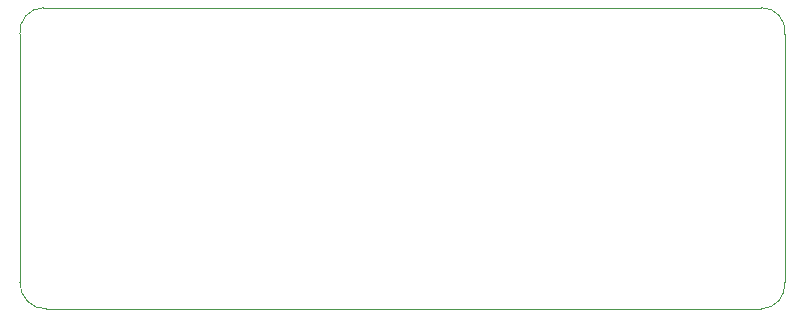
<source format=gbr>
%TF.GenerationSoftware,KiCad,Pcbnew,(6.0.5)*%
%TF.CreationDate,2022-06-05T00:42:26+05:30*%
%TF.ProjectId,PORTABLE_ECG_MACHINE,504f5254-4142-44c4-955f-4543475f4d41,rev-1*%
%TF.SameCoordinates,Original*%
%TF.FileFunction,Profile,NP*%
%FSLAX46Y46*%
G04 Gerber Fmt 4.6, Leading zero omitted, Abs format (unit mm)*
G04 Created by KiCad (PCBNEW (6.0.5)) date 2022-06-05 00:42:26*
%MOMM*%
%LPD*%
G01*
G04 APERTURE LIST*
%TA.AperFunction,Profile*%
%ADD10C,0.100000*%
%TD*%
G04 APERTURE END LIST*
D10*
X107767680Y-50810878D02*
X71517680Y-50810878D01*
X69517680Y-53060878D02*
X69517680Y-74060878D01*
X134267654Y-53060874D02*
G75*
G03*
X132267680Y-50810878I-1924074J303596D01*
G01*
X132267680Y-76310878D02*
X71767680Y-76310878D01*
X71517680Y-50810890D02*
G75*
G03*
X69517680Y-53060878I33300J-2043488D01*
G01*
X69517680Y-74060878D02*
G75*
G03*
X71767680Y-76310878I2193500J-56500D01*
G01*
X132267680Y-76310891D02*
G75*
G03*
X134267680Y-74060878I1100J2012913D01*
G01*
X134267680Y-53060878D02*
X134267680Y-74060878D01*
X107767680Y-50810878D02*
X132267680Y-50810878D01*
M02*

</source>
